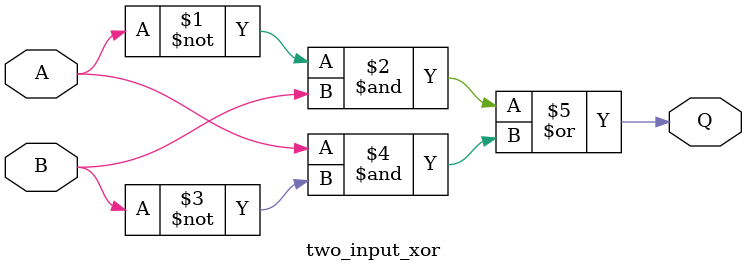
<source format=v>
module two_input_xor(
    input A,B,
    output Q
);

assign Q = (~A & B) | (A & ~B);

endmodule
</source>
